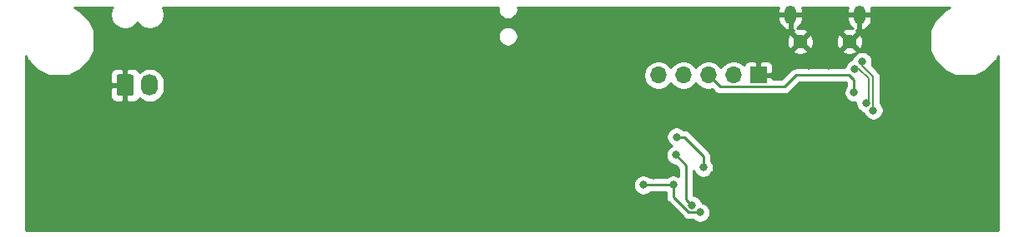
<source format=gbr>
G04 #@! TF.GenerationSoftware,KiCad,Pcbnew,(5.1.5)-3*
G04 #@! TF.CreationDate,2021-06-03T09:39:37-05:00*
G04 #@! TF.ProjectId,NevermoreController,4e657665-726d-46f7-9265-436f6e74726f,rev?*
G04 #@! TF.SameCoordinates,Original*
G04 #@! TF.FileFunction,Copper,L2,Bot*
G04 #@! TF.FilePolarity,Positive*
%FSLAX46Y46*%
G04 Gerber Fmt 4.6, Leading zero omitted, Abs format (unit mm)*
G04 Created by KiCad (PCBNEW (5.1.5)-3) date 2021-06-03 09:39:37*
%MOMM*%
%LPD*%
G04 APERTURE LIST*
%ADD10O,1.700000X1.700000*%
%ADD11R,1.700000X1.700000*%
%ADD12O,1.200000X1.900000*%
%ADD13C,1.450000*%
%ADD14O,1.700000X2.200000*%
%ADD15C,0.100000*%
%ADD16C,0.800000*%
%ADD17C,0.200000*%
%ADD18C,0.250000*%
%ADD19C,0.254000*%
G04 APERTURE END LIST*
D10*
X164846000Y-83566000D03*
X167386000Y-83566000D03*
X169926000Y-83566000D03*
X172466000Y-83566000D03*
D11*
X175006000Y-83566000D03*
D12*
X178242000Y-77421500D03*
X185242000Y-77421500D03*
D13*
X179242000Y-80121500D03*
X184242000Y-80121500D03*
D14*
X113244000Y-84580000D03*
G04 #@! TA.AperFunction,ComponentPad*
D15*
G36*
X111368504Y-83481204D02*
G01*
X111392773Y-83484804D01*
X111416571Y-83490765D01*
X111439671Y-83499030D01*
X111461849Y-83509520D01*
X111482893Y-83522133D01*
X111502598Y-83536747D01*
X111520777Y-83553223D01*
X111537253Y-83571402D01*
X111551867Y-83591107D01*
X111564480Y-83612151D01*
X111574970Y-83634329D01*
X111583235Y-83657429D01*
X111589196Y-83681227D01*
X111592796Y-83705496D01*
X111594000Y-83730000D01*
X111594000Y-85430000D01*
X111592796Y-85454504D01*
X111589196Y-85478773D01*
X111583235Y-85502571D01*
X111574970Y-85525671D01*
X111564480Y-85547849D01*
X111551867Y-85568893D01*
X111537253Y-85588598D01*
X111520777Y-85606777D01*
X111502598Y-85623253D01*
X111482893Y-85637867D01*
X111461849Y-85650480D01*
X111439671Y-85660970D01*
X111416571Y-85669235D01*
X111392773Y-85675196D01*
X111368504Y-85678796D01*
X111344000Y-85680000D01*
X110144000Y-85680000D01*
X110119496Y-85678796D01*
X110095227Y-85675196D01*
X110071429Y-85669235D01*
X110048329Y-85660970D01*
X110026151Y-85650480D01*
X110005107Y-85637867D01*
X109985402Y-85623253D01*
X109967223Y-85606777D01*
X109950747Y-85588598D01*
X109936133Y-85568893D01*
X109923520Y-85547849D01*
X109913030Y-85525671D01*
X109904765Y-85502571D01*
X109898804Y-85478773D01*
X109895204Y-85454504D01*
X109894000Y-85430000D01*
X109894000Y-83730000D01*
X109895204Y-83705496D01*
X109898804Y-83681227D01*
X109904765Y-83657429D01*
X109913030Y-83634329D01*
X109923520Y-83612151D01*
X109936133Y-83591107D01*
X109950747Y-83571402D01*
X109967223Y-83553223D01*
X109985402Y-83536747D01*
X110005107Y-83522133D01*
X110026151Y-83509520D01*
X110048329Y-83499030D01*
X110071429Y-83490765D01*
X110095227Y-83484804D01*
X110119496Y-83481204D01*
X110144000Y-83480000D01*
X111344000Y-83480000D01*
X111368504Y-83481204D01*
G37*
G04 #@! TD.AperFunction*
D16*
X150724600Y-93218000D03*
X150724600Y-92075000D03*
X150724600Y-90932000D03*
X180594000Y-97536000D03*
X119888000Y-83820000D03*
X130048000Y-83820000D03*
X141986000Y-83820000D03*
X170434000Y-93726000D03*
X170434000Y-89916000D03*
X159766000Y-87884000D03*
X138938000Y-85598000D03*
X137414000Y-87630000D03*
X140462000Y-85598000D03*
X138938000Y-87630000D03*
X137414000Y-85598000D03*
X140462000Y-87630000D03*
X127000000Y-85598000D03*
X127000000Y-87630000D03*
X128524000Y-87630000D03*
X125476000Y-87630000D03*
X125476000Y-85598000D03*
X128524000Y-85598000D03*
X116840000Y-85598000D03*
X118364000Y-85598000D03*
X118364000Y-87630000D03*
X116840000Y-87630000D03*
X164354000Y-93792000D03*
X164354000Y-89982000D03*
X190437500Y-77500000D03*
X192222000Y-87678000D03*
X106347500Y-87376000D03*
X152061000Y-79082000D03*
X182372000Y-85598000D03*
X180086000Y-82628500D03*
X182118000Y-82628500D03*
X120144500Y-87627500D03*
X130280700Y-87627500D03*
X142335700Y-87617500D03*
X160600000Y-78400000D03*
X185905694Y-86401842D03*
X184794768Y-82921232D03*
X185537232Y-82178768D03*
X186648158Y-87144306D03*
X166624000Y-91694000D03*
X168275087Y-96811000D03*
X163322000Y-94742000D03*
X166354000Y-94742000D03*
X169078225Y-97536000D03*
X169418000Y-92964000D03*
X166698501Y-89841499D03*
X184713049Y-85320042D03*
X188722000Y-83058000D03*
X147000000Y-79100000D03*
D17*
X184794768Y-82921232D02*
X185219033Y-82921232D01*
X186198158Y-83900357D02*
X185219033Y-82921232D01*
X185905694Y-86401842D02*
X186198158Y-86109378D01*
X186198158Y-86109378D02*
X186198158Y-83900357D01*
X185537232Y-82603033D02*
X185537232Y-82178768D01*
X186648158Y-83713959D02*
X185537232Y-82603033D01*
X186648158Y-87144306D02*
X186648158Y-83713959D01*
D18*
X167676999Y-96212912D02*
X168275087Y-96811000D01*
X166624000Y-91694000D02*
X167676999Y-92746999D01*
X167676999Y-92746999D02*
X167676999Y-96212912D01*
X163322000Y-94742000D02*
X166354000Y-94742000D01*
X167927085Y-97536000D02*
X169078225Y-97536000D01*
X166354000Y-94742000D02*
X166354000Y-95962915D01*
X166354000Y-95962915D02*
X167927085Y-97536000D01*
X167447001Y-89841499D02*
X166698501Y-89841499D01*
X169418000Y-91812498D02*
X167447001Y-89841499D01*
X169418000Y-92964000D02*
X169418000Y-91812498D01*
X184713049Y-85320042D02*
X184713049Y-84072047D01*
X184713049Y-84072047D02*
X184207002Y-83566000D01*
X184207002Y-83566000D02*
X178816000Y-83566000D01*
X177640999Y-84741001D02*
X178816000Y-83566000D01*
X171101001Y-84741001D02*
X177640999Y-84741001D01*
X169926000Y-83566000D02*
X171101001Y-84741001D01*
D19*
G36*
X109428010Y-76696589D02*
G01*
X109316068Y-76966842D01*
X109259000Y-77253740D01*
X109259000Y-77546260D01*
X109316068Y-77833158D01*
X109428010Y-78103411D01*
X109590525Y-78346632D01*
X109797368Y-78553475D01*
X110040589Y-78715990D01*
X110310842Y-78827932D01*
X110597740Y-78885000D01*
X110890260Y-78885000D01*
X111177158Y-78827932D01*
X111447411Y-78715990D01*
X111690632Y-78553475D01*
X111897475Y-78346632D01*
X111994000Y-78202172D01*
X112090525Y-78346632D01*
X112297368Y-78553475D01*
X112540589Y-78715990D01*
X112810842Y-78827932D01*
X113097740Y-78885000D01*
X113390260Y-78885000D01*
X113677158Y-78827932D01*
X113947411Y-78715990D01*
X114190632Y-78553475D01*
X114397475Y-78346632D01*
X114559990Y-78103411D01*
X114671932Y-77833158D01*
X114729000Y-77546260D01*
X114729000Y-77253740D01*
X114671932Y-76966842D01*
X114559990Y-76696589D01*
X114535542Y-76660000D01*
X148609399Y-76660000D01*
X148590000Y-76757524D01*
X148590000Y-76956476D01*
X148628814Y-77151606D01*
X148704950Y-77335414D01*
X148815482Y-77500837D01*
X148956163Y-77641518D01*
X149121586Y-77752050D01*
X149305394Y-77828186D01*
X149500524Y-77867000D01*
X149699476Y-77867000D01*
X149894606Y-77828186D01*
X150078414Y-77752050D01*
X150243837Y-77641518D01*
X150336855Y-77548500D01*
X177007000Y-77548500D01*
X177007000Y-77898500D01*
X177055507Y-78136996D01*
X177149610Y-78361446D01*
X177285693Y-78563225D01*
X177458526Y-78734578D01*
X177661467Y-78868921D01*
X177886718Y-78961091D01*
X177924391Y-78964962D01*
X178115000Y-78840231D01*
X178115000Y-77548500D01*
X178369000Y-77548500D01*
X178369000Y-78840231D01*
X178542862Y-78954003D01*
X178482472Y-79182367D01*
X179242000Y-79941895D01*
X180001528Y-79182367D01*
X183482472Y-79182367D01*
X184242000Y-79941895D01*
X185001528Y-79182367D01*
X184941138Y-78954003D01*
X185115000Y-78840231D01*
X185115000Y-77548500D01*
X185369000Y-77548500D01*
X185369000Y-78840231D01*
X185559609Y-78964962D01*
X185597282Y-78961091D01*
X185822533Y-78868921D01*
X186025474Y-78734578D01*
X186198307Y-78563225D01*
X186334390Y-78361446D01*
X186428493Y-78136996D01*
X186477000Y-77898500D01*
X186477000Y-77548500D01*
X185369000Y-77548500D01*
X185115000Y-77548500D01*
X184007000Y-77548500D01*
X184007000Y-77898500D01*
X184055507Y-78136996D01*
X184149610Y-78361446D01*
X184285693Y-78563225D01*
X184458526Y-78734578D01*
X184553836Y-78797671D01*
X184436151Y-78768781D01*
X184168518Y-78756896D01*
X183903709Y-78797452D01*
X183651900Y-78888891D01*
X183544965Y-78946050D01*
X183482472Y-79182367D01*
X180001528Y-79182367D01*
X179939035Y-78946050D01*
X179696322Y-78832650D01*
X179436151Y-78768781D01*
X179168518Y-78756896D01*
X178938558Y-78792115D01*
X179025474Y-78734578D01*
X179198307Y-78563225D01*
X179334390Y-78361446D01*
X179428493Y-78136996D01*
X179477000Y-77898500D01*
X179477000Y-77548500D01*
X178369000Y-77548500D01*
X178115000Y-77548500D01*
X177007000Y-77548500D01*
X150336855Y-77548500D01*
X150384518Y-77500837D01*
X150495050Y-77335414D01*
X150571186Y-77151606D01*
X150610000Y-76956476D01*
X150610000Y-76757524D01*
X150590601Y-76660000D01*
X177074795Y-76660000D01*
X177055507Y-76706004D01*
X177007000Y-76944500D01*
X177007000Y-77294500D01*
X178115000Y-77294500D01*
X178115000Y-77274500D01*
X178369000Y-77274500D01*
X178369000Y-77294500D01*
X179477000Y-77294500D01*
X179477000Y-76944500D01*
X179428493Y-76706004D01*
X179409205Y-76660000D01*
X184074795Y-76660000D01*
X184055507Y-76706004D01*
X184007000Y-76944500D01*
X184007000Y-77294500D01*
X185115000Y-77294500D01*
X185115000Y-77274500D01*
X185369000Y-77274500D01*
X185369000Y-77294500D01*
X186477000Y-77294500D01*
X186477000Y-76944500D01*
X186428493Y-76706004D01*
X186409205Y-76660000D01*
X194396020Y-76660000D01*
X193943204Y-76886408D01*
X193929443Y-76894403D01*
X193910197Y-76910197D01*
X192910197Y-77910197D01*
X192899671Y-77922134D01*
X192886408Y-77943204D01*
X192386408Y-78943204D01*
X192375440Y-78975224D01*
X192373000Y-79000000D01*
X192373000Y-81000000D01*
X192377510Y-81033544D01*
X192386408Y-81056796D01*
X192886408Y-82056796D01*
X192894403Y-82070557D01*
X192910197Y-82089803D01*
X193910197Y-83089803D01*
X193922134Y-83100329D01*
X193943204Y-83113592D01*
X194943204Y-83613592D01*
X194975224Y-83624560D01*
X195000000Y-83627000D01*
X197000000Y-83627000D01*
X197033544Y-83622490D01*
X197056796Y-83613592D01*
X198056796Y-83113592D01*
X198070557Y-83105597D01*
X198089803Y-83089803D01*
X199089803Y-82089803D01*
X199100329Y-82077866D01*
X199113592Y-82056796D01*
X199340001Y-81603978D01*
X199340000Y-99340000D01*
X100660000Y-99340000D01*
X100660000Y-94640061D01*
X162287000Y-94640061D01*
X162287000Y-94843939D01*
X162326774Y-95043898D01*
X162404795Y-95232256D01*
X162518063Y-95401774D01*
X162662226Y-95545937D01*
X162831744Y-95659205D01*
X163020102Y-95737226D01*
X163220061Y-95777000D01*
X163423939Y-95777000D01*
X163623898Y-95737226D01*
X163812256Y-95659205D01*
X163981774Y-95545937D01*
X164025711Y-95502000D01*
X165594001Y-95502000D01*
X165594001Y-95925583D01*
X165590324Y-95962915D01*
X165604998Y-96111900D01*
X165648454Y-96255161D01*
X165719026Y-96387191D01*
X165790201Y-96473917D01*
X165814000Y-96502916D01*
X165842998Y-96526714D01*
X167363286Y-98047003D01*
X167387084Y-98076001D01*
X167416082Y-98099799D01*
X167502808Y-98170974D01*
X167634838Y-98241546D01*
X167778099Y-98285003D01*
X167889752Y-98296000D01*
X167889761Y-98296000D01*
X167927084Y-98299676D01*
X167964407Y-98296000D01*
X168374514Y-98296000D01*
X168418451Y-98339937D01*
X168587969Y-98453205D01*
X168776327Y-98531226D01*
X168976286Y-98571000D01*
X169180164Y-98571000D01*
X169380123Y-98531226D01*
X169568481Y-98453205D01*
X169737999Y-98339937D01*
X169882162Y-98195774D01*
X169995430Y-98026256D01*
X170073451Y-97837898D01*
X170113225Y-97637939D01*
X170113225Y-97434061D01*
X170073451Y-97234102D01*
X169995430Y-97045744D01*
X169882162Y-96876226D01*
X169737999Y-96732063D01*
X169568481Y-96618795D01*
X169380123Y-96540774D01*
X169272349Y-96519337D01*
X169270313Y-96509102D01*
X169192292Y-96320744D01*
X169079024Y-96151226D01*
X168934861Y-96007063D01*
X168765343Y-95893795D01*
X168576985Y-95815774D01*
X168436999Y-95787929D01*
X168436999Y-93300240D01*
X168500795Y-93454256D01*
X168614063Y-93623774D01*
X168758226Y-93767937D01*
X168927744Y-93881205D01*
X169116102Y-93959226D01*
X169316061Y-93999000D01*
X169519939Y-93999000D01*
X169719898Y-93959226D01*
X169908256Y-93881205D01*
X170077774Y-93767937D01*
X170221937Y-93623774D01*
X170335205Y-93454256D01*
X170413226Y-93265898D01*
X170453000Y-93065939D01*
X170453000Y-92862061D01*
X170413226Y-92662102D01*
X170335205Y-92473744D01*
X170221937Y-92304226D01*
X170178000Y-92260289D01*
X170178000Y-91849831D01*
X170181677Y-91812498D01*
X170167003Y-91663512D01*
X170123546Y-91520251D01*
X170052974Y-91388222D01*
X169981799Y-91301495D01*
X169958001Y-91272497D01*
X169929003Y-91248699D01*
X168010805Y-89330502D01*
X167987002Y-89301498D01*
X167871277Y-89206525D01*
X167739248Y-89135953D01*
X167595987Y-89092496D01*
X167484334Y-89081499D01*
X167484323Y-89081499D01*
X167447001Y-89077823D01*
X167409679Y-89081499D01*
X167402212Y-89081499D01*
X167358275Y-89037562D01*
X167188757Y-88924294D01*
X167000399Y-88846273D01*
X166800440Y-88806499D01*
X166596562Y-88806499D01*
X166396603Y-88846273D01*
X166208245Y-88924294D01*
X166038727Y-89037562D01*
X165894564Y-89181725D01*
X165781296Y-89351243D01*
X165703275Y-89539601D01*
X165663501Y-89739560D01*
X165663501Y-89943438D01*
X165703275Y-90143397D01*
X165781296Y-90331755D01*
X165894564Y-90501273D01*
X166038727Y-90645436D01*
X166196448Y-90750822D01*
X166133744Y-90776795D01*
X165964226Y-90890063D01*
X165820063Y-91034226D01*
X165706795Y-91203744D01*
X165628774Y-91392102D01*
X165589000Y-91592061D01*
X165589000Y-91795939D01*
X165628774Y-91995898D01*
X165706795Y-92184256D01*
X165820063Y-92353774D01*
X165964226Y-92497937D01*
X166133744Y-92611205D01*
X166322102Y-92689226D01*
X166522061Y-92729000D01*
X166584198Y-92729000D01*
X166916999Y-93061802D01*
X166916999Y-93873400D01*
X166844256Y-93824795D01*
X166655898Y-93746774D01*
X166455939Y-93707000D01*
X166252061Y-93707000D01*
X166052102Y-93746774D01*
X165863744Y-93824795D01*
X165694226Y-93938063D01*
X165650289Y-93982000D01*
X164025711Y-93982000D01*
X163981774Y-93938063D01*
X163812256Y-93824795D01*
X163623898Y-93746774D01*
X163423939Y-93707000D01*
X163220061Y-93707000D01*
X163020102Y-93746774D01*
X162831744Y-93824795D01*
X162662226Y-93938063D01*
X162518063Y-94082226D01*
X162404795Y-94251744D01*
X162326774Y-94440102D01*
X162287000Y-94640061D01*
X100660000Y-94640061D01*
X100660000Y-85680000D01*
X109255928Y-85680000D01*
X109268188Y-85804482D01*
X109304498Y-85924180D01*
X109363463Y-86034494D01*
X109442815Y-86131185D01*
X109539506Y-86210537D01*
X109649820Y-86269502D01*
X109769518Y-86305812D01*
X109894000Y-86318072D01*
X110458250Y-86315000D01*
X110617000Y-86156250D01*
X110617000Y-84707000D01*
X109417750Y-84707000D01*
X109259000Y-84865750D01*
X109255928Y-85680000D01*
X100660000Y-85680000D01*
X100660000Y-81603980D01*
X100886408Y-82056796D01*
X100894403Y-82070557D01*
X100910197Y-82089803D01*
X101910197Y-83089803D01*
X101922134Y-83100329D01*
X101943204Y-83113592D01*
X102943204Y-83613592D01*
X102975224Y-83624560D01*
X103000000Y-83627000D01*
X105000000Y-83627000D01*
X105033544Y-83622490D01*
X105056796Y-83613592D01*
X105323980Y-83480000D01*
X109255928Y-83480000D01*
X109259000Y-84294250D01*
X109417750Y-84453000D01*
X110617000Y-84453000D01*
X110617000Y-83003750D01*
X110871000Y-83003750D01*
X110871000Y-84453000D01*
X110891000Y-84453000D01*
X110891000Y-84707000D01*
X110871000Y-84707000D01*
X110871000Y-86156250D01*
X111029750Y-86315000D01*
X111594000Y-86318072D01*
X111718482Y-86305812D01*
X111838180Y-86269502D01*
X111948494Y-86210537D01*
X112045185Y-86131185D01*
X112124537Y-86034494D01*
X112183502Y-85924180D01*
X112194055Y-85889392D01*
X112414987Y-86070706D01*
X112672967Y-86208599D01*
X112952890Y-86293513D01*
X113244000Y-86322185D01*
X113535111Y-86293513D01*
X113815034Y-86208599D01*
X114073014Y-86070706D01*
X114299134Y-85885134D01*
X114484706Y-85659014D01*
X114622599Y-85401034D01*
X114707513Y-85121110D01*
X114729000Y-84902949D01*
X114729000Y-84257050D01*
X114707513Y-84038889D01*
X114622599Y-83758966D01*
X114484706Y-83500986D01*
X114418030Y-83419740D01*
X163361000Y-83419740D01*
X163361000Y-83712260D01*
X163418068Y-83999158D01*
X163530010Y-84269411D01*
X163692525Y-84512632D01*
X163899368Y-84719475D01*
X164142589Y-84881990D01*
X164412842Y-84993932D01*
X164699740Y-85051000D01*
X164992260Y-85051000D01*
X165279158Y-84993932D01*
X165549411Y-84881990D01*
X165792632Y-84719475D01*
X165999475Y-84512632D01*
X166116000Y-84338240D01*
X166232525Y-84512632D01*
X166439368Y-84719475D01*
X166682589Y-84881990D01*
X166952842Y-84993932D01*
X167239740Y-85051000D01*
X167532260Y-85051000D01*
X167819158Y-84993932D01*
X168089411Y-84881990D01*
X168332632Y-84719475D01*
X168539475Y-84512632D01*
X168656000Y-84338240D01*
X168772525Y-84512632D01*
X168979368Y-84719475D01*
X169222589Y-84881990D01*
X169492842Y-84993932D01*
X169779740Y-85051000D01*
X170072260Y-85051000D01*
X170292408Y-85007210D01*
X170537202Y-85252004D01*
X170561000Y-85281002D01*
X170676725Y-85375975D01*
X170808754Y-85446547D01*
X170952015Y-85490004D01*
X171063668Y-85501001D01*
X171063677Y-85501001D01*
X171101000Y-85504677D01*
X171138323Y-85501001D01*
X177603677Y-85501001D01*
X177640999Y-85504677D01*
X177678321Y-85501001D01*
X177678332Y-85501001D01*
X177789985Y-85490004D01*
X177933246Y-85446547D01*
X178065275Y-85375975D01*
X178181000Y-85281002D01*
X178204803Y-85251998D01*
X179130802Y-84326000D01*
X183892201Y-84326000D01*
X183953050Y-84386849D01*
X183953050Y-84616330D01*
X183909112Y-84660268D01*
X183795844Y-84829786D01*
X183717823Y-85018144D01*
X183678049Y-85218103D01*
X183678049Y-85421981D01*
X183717823Y-85621940D01*
X183795844Y-85810298D01*
X183909112Y-85979816D01*
X184053275Y-86123979D01*
X184222793Y-86237247D01*
X184411151Y-86315268D01*
X184611110Y-86355042D01*
X184814988Y-86355042D01*
X184870694Y-86343961D01*
X184870694Y-86503781D01*
X184910468Y-86703740D01*
X184988489Y-86892098D01*
X185101757Y-87061616D01*
X185245920Y-87205779D01*
X185415438Y-87319047D01*
X185603796Y-87397068D01*
X185644780Y-87405220D01*
X185652932Y-87446204D01*
X185730953Y-87634562D01*
X185844221Y-87804080D01*
X185988384Y-87948243D01*
X186157902Y-88061511D01*
X186346260Y-88139532D01*
X186546219Y-88179306D01*
X186750097Y-88179306D01*
X186950056Y-88139532D01*
X187138414Y-88061511D01*
X187307932Y-87948243D01*
X187452095Y-87804080D01*
X187565363Y-87634562D01*
X187643384Y-87446204D01*
X187683158Y-87246245D01*
X187683158Y-87042367D01*
X187643384Y-86842408D01*
X187565363Y-86654050D01*
X187452095Y-86484532D01*
X187383158Y-86415595D01*
X187383158Y-83750064D01*
X187386714Y-83713959D01*
X187372523Y-83569874D01*
X187330495Y-83431325D01*
X187262245Y-83303639D01*
X187243050Y-83280250D01*
X187170396Y-83191721D01*
X187142351Y-83168705D01*
X186509569Y-82535924D01*
X186532458Y-82480666D01*
X186572232Y-82280707D01*
X186572232Y-82076829D01*
X186532458Y-81876870D01*
X186454437Y-81688512D01*
X186341169Y-81518994D01*
X186197006Y-81374831D01*
X186027488Y-81261563D01*
X185839130Y-81183542D01*
X185639171Y-81143768D01*
X185435293Y-81143768D01*
X185235334Y-81183542D01*
X185046976Y-81261563D01*
X184877458Y-81374831D01*
X184733295Y-81518994D01*
X184620027Y-81688512D01*
X184542006Y-81876870D01*
X184533854Y-81917854D01*
X184492870Y-81926006D01*
X184304512Y-82004027D01*
X184134994Y-82117295D01*
X183990831Y-82261458D01*
X183877563Y-82430976D01*
X183799542Y-82619334D01*
X183762412Y-82806000D01*
X178853322Y-82806000D01*
X178815999Y-82802324D01*
X178778676Y-82806000D01*
X178778667Y-82806000D01*
X178667014Y-82816997D01*
X178523753Y-82860454D01*
X178391724Y-82931026D01*
X178275999Y-83025999D01*
X178252201Y-83054997D01*
X177326198Y-83981001D01*
X176491704Y-83981001D01*
X176491000Y-83851750D01*
X176332250Y-83693000D01*
X175133000Y-83693000D01*
X175133000Y-83713000D01*
X174879000Y-83713000D01*
X174879000Y-83693000D01*
X174859000Y-83693000D01*
X174859000Y-83439000D01*
X174879000Y-83439000D01*
X174879000Y-82239750D01*
X175133000Y-82239750D01*
X175133000Y-83439000D01*
X176332250Y-83439000D01*
X176491000Y-83280250D01*
X176494072Y-82716000D01*
X176481812Y-82591518D01*
X176445502Y-82471820D01*
X176386537Y-82361506D01*
X176307185Y-82264815D01*
X176210494Y-82185463D01*
X176100180Y-82126498D01*
X175980482Y-82090188D01*
X175856000Y-82077928D01*
X175291750Y-82081000D01*
X175133000Y-82239750D01*
X174879000Y-82239750D01*
X174720250Y-82081000D01*
X174156000Y-82077928D01*
X174031518Y-82090188D01*
X173911820Y-82126498D01*
X173801506Y-82185463D01*
X173704815Y-82264815D01*
X173625463Y-82361506D01*
X173566498Y-82471820D01*
X173544487Y-82544380D01*
X173412632Y-82412525D01*
X173169411Y-82250010D01*
X172899158Y-82138068D01*
X172612260Y-82081000D01*
X172319740Y-82081000D01*
X172032842Y-82138068D01*
X171762589Y-82250010D01*
X171519368Y-82412525D01*
X171312525Y-82619368D01*
X171196000Y-82793760D01*
X171079475Y-82619368D01*
X170872632Y-82412525D01*
X170629411Y-82250010D01*
X170359158Y-82138068D01*
X170072260Y-82081000D01*
X169779740Y-82081000D01*
X169492842Y-82138068D01*
X169222589Y-82250010D01*
X168979368Y-82412525D01*
X168772525Y-82619368D01*
X168656000Y-82793760D01*
X168539475Y-82619368D01*
X168332632Y-82412525D01*
X168089411Y-82250010D01*
X167819158Y-82138068D01*
X167532260Y-82081000D01*
X167239740Y-82081000D01*
X166952842Y-82138068D01*
X166682589Y-82250010D01*
X166439368Y-82412525D01*
X166232525Y-82619368D01*
X166116000Y-82793760D01*
X165999475Y-82619368D01*
X165792632Y-82412525D01*
X165549411Y-82250010D01*
X165279158Y-82138068D01*
X164992260Y-82081000D01*
X164699740Y-82081000D01*
X164412842Y-82138068D01*
X164142589Y-82250010D01*
X163899368Y-82412525D01*
X163692525Y-82619368D01*
X163530010Y-82862589D01*
X163418068Y-83132842D01*
X163361000Y-83419740D01*
X114418030Y-83419740D01*
X114299134Y-83274866D01*
X114073013Y-83089294D01*
X113815033Y-82951401D01*
X113535110Y-82866487D01*
X113244000Y-82837815D01*
X112952889Y-82866487D01*
X112672966Y-82951401D01*
X112414986Y-83089294D01*
X112194055Y-83270608D01*
X112183502Y-83235820D01*
X112124537Y-83125506D01*
X112045185Y-83028815D01*
X111948494Y-82949463D01*
X111838180Y-82890498D01*
X111718482Y-82854188D01*
X111594000Y-82841928D01*
X111029750Y-82845000D01*
X110871000Y-83003750D01*
X110617000Y-83003750D01*
X110458250Y-82845000D01*
X109894000Y-82841928D01*
X109769518Y-82854188D01*
X109649820Y-82890498D01*
X109539506Y-82949463D01*
X109442815Y-83028815D01*
X109363463Y-83125506D01*
X109304498Y-83235820D01*
X109268188Y-83355518D01*
X109255928Y-83480000D01*
X105323980Y-83480000D01*
X106056796Y-83113592D01*
X106070557Y-83105597D01*
X106089803Y-83089803D01*
X107089803Y-82089803D01*
X107100329Y-82077866D01*
X107113592Y-82056796D01*
X107611673Y-81060633D01*
X178482472Y-81060633D01*
X178544965Y-81296950D01*
X178787678Y-81410350D01*
X179047849Y-81474219D01*
X179315482Y-81486104D01*
X179580291Y-81445548D01*
X179832100Y-81354109D01*
X179939035Y-81296950D01*
X180001528Y-81060633D01*
X183482472Y-81060633D01*
X183544965Y-81296950D01*
X183787678Y-81410350D01*
X184047849Y-81474219D01*
X184315482Y-81486104D01*
X184580291Y-81445548D01*
X184832100Y-81354109D01*
X184939035Y-81296950D01*
X185001528Y-81060633D01*
X184242000Y-80301105D01*
X183482472Y-81060633D01*
X180001528Y-81060633D01*
X179242000Y-80301105D01*
X178482472Y-81060633D01*
X107611673Y-81060633D01*
X107613592Y-81056796D01*
X107624560Y-81024776D01*
X107627000Y-81000000D01*
X107627000Y-79507524D01*
X148590000Y-79507524D01*
X148590000Y-79706476D01*
X148628814Y-79901606D01*
X148704950Y-80085414D01*
X148815482Y-80250837D01*
X148956163Y-80391518D01*
X149121586Y-80502050D01*
X149305394Y-80578186D01*
X149500524Y-80617000D01*
X149699476Y-80617000D01*
X149894606Y-80578186D01*
X150078414Y-80502050D01*
X150243837Y-80391518D01*
X150384518Y-80250837D01*
X150421839Y-80194982D01*
X177877396Y-80194982D01*
X177917952Y-80459791D01*
X178009391Y-80711600D01*
X178066550Y-80818535D01*
X178302867Y-80881028D01*
X179062395Y-80121500D01*
X179421605Y-80121500D01*
X180181133Y-80881028D01*
X180417450Y-80818535D01*
X180530850Y-80575822D01*
X180594719Y-80315651D01*
X180600077Y-80194982D01*
X182877396Y-80194982D01*
X182917952Y-80459791D01*
X183009391Y-80711600D01*
X183066550Y-80818535D01*
X183302867Y-80881028D01*
X184062395Y-80121500D01*
X184421605Y-80121500D01*
X185181133Y-80881028D01*
X185417450Y-80818535D01*
X185530850Y-80575822D01*
X185594719Y-80315651D01*
X185606604Y-80048018D01*
X185566048Y-79783209D01*
X185474609Y-79531400D01*
X185417450Y-79424465D01*
X185181133Y-79361972D01*
X184421605Y-80121500D01*
X184062395Y-80121500D01*
X183302867Y-79361972D01*
X183066550Y-79424465D01*
X182953150Y-79667178D01*
X182889281Y-79927349D01*
X182877396Y-80194982D01*
X180600077Y-80194982D01*
X180606604Y-80048018D01*
X180566048Y-79783209D01*
X180474609Y-79531400D01*
X180417450Y-79424465D01*
X180181133Y-79361972D01*
X179421605Y-80121500D01*
X179062395Y-80121500D01*
X178302867Y-79361972D01*
X178066550Y-79424465D01*
X177953150Y-79667178D01*
X177889281Y-79927349D01*
X177877396Y-80194982D01*
X150421839Y-80194982D01*
X150495050Y-80085414D01*
X150571186Y-79901606D01*
X150610000Y-79706476D01*
X150610000Y-79507524D01*
X150571186Y-79312394D01*
X150495050Y-79128586D01*
X150384518Y-78963163D01*
X150243837Y-78822482D01*
X150078414Y-78711950D01*
X149894606Y-78635814D01*
X149699476Y-78597000D01*
X149500524Y-78597000D01*
X149305394Y-78635814D01*
X149121586Y-78711950D01*
X148956163Y-78822482D01*
X148815482Y-78963163D01*
X148704950Y-79128586D01*
X148628814Y-79312394D01*
X148590000Y-79507524D01*
X107627000Y-79507524D01*
X107627000Y-79000000D01*
X107622490Y-78966456D01*
X107613592Y-78943204D01*
X107113592Y-77943204D01*
X107105597Y-77929443D01*
X107089803Y-77910197D01*
X106089803Y-76910197D01*
X106077866Y-76899671D01*
X106056796Y-76886408D01*
X105603980Y-76660000D01*
X109452458Y-76660000D01*
X109428010Y-76696589D01*
G37*
X109428010Y-76696589D02*
X109316068Y-76966842D01*
X109259000Y-77253740D01*
X109259000Y-77546260D01*
X109316068Y-77833158D01*
X109428010Y-78103411D01*
X109590525Y-78346632D01*
X109797368Y-78553475D01*
X110040589Y-78715990D01*
X110310842Y-78827932D01*
X110597740Y-78885000D01*
X110890260Y-78885000D01*
X111177158Y-78827932D01*
X111447411Y-78715990D01*
X111690632Y-78553475D01*
X111897475Y-78346632D01*
X111994000Y-78202172D01*
X112090525Y-78346632D01*
X112297368Y-78553475D01*
X112540589Y-78715990D01*
X112810842Y-78827932D01*
X113097740Y-78885000D01*
X113390260Y-78885000D01*
X113677158Y-78827932D01*
X113947411Y-78715990D01*
X114190632Y-78553475D01*
X114397475Y-78346632D01*
X114559990Y-78103411D01*
X114671932Y-77833158D01*
X114729000Y-77546260D01*
X114729000Y-77253740D01*
X114671932Y-76966842D01*
X114559990Y-76696589D01*
X114535542Y-76660000D01*
X148609399Y-76660000D01*
X148590000Y-76757524D01*
X148590000Y-76956476D01*
X148628814Y-77151606D01*
X148704950Y-77335414D01*
X148815482Y-77500837D01*
X148956163Y-77641518D01*
X149121586Y-77752050D01*
X149305394Y-77828186D01*
X149500524Y-77867000D01*
X149699476Y-77867000D01*
X149894606Y-77828186D01*
X150078414Y-77752050D01*
X150243837Y-77641518D01*
X150336855Y-77548500D01*
X177007000Y-77548500D01*
X177007000Y-77898500D01*
X177055507Y-78136996D01*
X177149610Y-78361446D01*
X177285693Y-78563225D01*
X177458526Y-78734578D01*
X177661467Y-78868921D01*
X177886718Y-78961091D01*
X177924391Y-78964962D01*
X178115000Y-78840231D01*
X178115000Y-77548500D01*
X178369000Y-77548500D01*
X178369000Y-78840231D01*
X178542862Y-78954003D01*
X178482472Y-79182367D01*
X179242000Y-79941895D01*
X180001528Y-79182367D01*
X183482472Y-79182367D01*
X184242000Y-79941895D01*
X185001528Y-79182367D01*
X184941138Y-78954003D01*
X185115000Y-78840231D01*
X185115000Y-77548500D01*
X185369000Y-77548500D01*
X185369000Y-78840231D01*
X185559609Y-78964962D01*
X185597282Y-78961091D01*
X185822533Y-78868921D01*
X186025474Y-78734578D01*
X186198307Y-78563225D01*
X186334390Y-78361446D01*
X186428493Y-78136996D01*
X186477000Y-77898500D01*
X186477000Y-77548500D01*
X185369000Y-77548500D01*
X185115000Y-77548500D01*
X184007000Y-77548500D01*
X184007000Y-77898500D01*
X184055507Y-78136996D01*
X184149610Y-78361446D01*
X184285693Y-78563225D01*
X184458526Y-78734578D01*
X184553836Y-78797671D01*
X184436151Y-78768781D01*
X184168518Y-78756896D01*
X183903709Y-78797452D01*
X183651900Y-78888891D01*
X183544965Y-78946050D01*
X183482472Y-79182367D01*
X180001528Y-79182367D01*
X179939035Y-78946050D01*
X179696322Y-78832650D01*
X179436151Y-78768781D01*
X179168518Y-78756896D01*
X178938558Y-78792115D01*
X179025474Y-78734578D01*
X179198307Y-78563225D01*
X179334390Y-78361446D01*
X179428493Y-78136996D01*
X179477000Y-77898500D01*
X179477000Y-77548500D01*
X178369000Y-77548500D01*
X178115000Y-77548500D01*
X177007000Y-77548500D01*
X150336855Y-77548500D01*
X150384518Y-77500837D01*
X150495050Y-77335414D01*
X150571186Y-77151606D01*
X150610000Y-76956476D01*
X150610000Y-76757524D01*
X150590601Y-76660000D01*
X177074795Y-76660000D01*
X177055507Y-76706004D01*
X177007000Y-76944500D01*
X177007000Y-77294500D01*
X178115000Y-77294500D01*
X178115000Y-77274500D01*
X178369000Y-77274500D01*
X178369000Y-77294500D01*
X179477000Y-77294500D01*
X179477000Y-76944500D01*
X179428493Y-76706004D01*
X179409205Y-76660000D01*
X184074795Y-76660000D01*
X184055507Y-76706004D01*
X184007000Y-76944500D01*
X184007000Y-77294500D01*
X185115000Y-77294500D01*
X185115000Y-77274500D01*
X185369000Y-77274500D01*
X185369000Y-77294500D01*
X186477000Y-77294500D01*
X186477000Y-76944500D01*
X186428493Y-76706004D01*
X186409205Y-76660000D01*
X194396020Y-76660000D01*
X193943204Y-76886408D01*
X193929443Y-76894403D01*
X193910197Y-76910197D01*
X192910197Y-77910197D01*
X192899671Y-77922134D01*
X192886408Y-77943204D01*
X192386408Y-78943204D01*
X192375440Y-78975224D01*
X192373000Y-79000000D01*
X192373000Y-81000000D01*
X192377510Y-81033544D01*
X192386408Y-81056796D01*
X192886408Y-82056796D01*
X192894403Y-82070557D01*
X192910197Y-82089803D01*
X193910197Y-83089803D01*
X193922134Y-83100329D01*
X193943204Y-83113592D01*
X194943204Y-83613592D01*
X194975224Y-83624560D01*
X195000000Y-83627000D01*
X197000000Y-83627000D01*
X197033544Y-83622490D01*
X197056796Y-83613592D01*
X198056796Y-83113592D01*
X198070557Y-83105597D01*
X198089803Y-83089803D01*
X199089803Y-82089803D01*
X199100329Y-82077866D01*
X199113592Y-82056796D01*
X199340001Y-81603978D01*
X199340000Y-99340000D01*
X100660000Y-99340000D01*
X100660000Y-94640061D01*
X162287000Y-94640061D01*
X162287000Y-94843939D01*
X162326774Y-95043898D01*
X162404795Y-95232256D01*
X162518063Y-95401774D01*
X162662226Y-95545937D01*
X162831744Y-95659205D01*
X163020102Y-95737226D01*
X163220061Y-95777000D01*
X163423939Y-95777000D01*
X163623898Y-95737226D01*
X163812256Y-95659205D01*
X163981774Y-95545937D01*
X164025711Y-95502000D01*
X165594001Y-95502000D01*
X165594001Y-95925583D01*
X165590324Y-95962915D01*
X165604998Y-96111900D01*
X165648454Y-96255161D01*
X165719026Y-96387191D01*
X165790201Y-96473917D01*
X165814000Y-96502916D01*
X165842998Y-96526714D01*
X167363286Y-98047003D01*
X167387084Y-98076001D01*
X167416082Y-98099799D01*
X167502808Y-98170974D01*
X167634838Y-98241546D01*
X167778099Y-98285003D01*
X167889752Y-98296000D01*
X167889761Y-98296000D01*
X167927084Y-98299676D01*
X167964407Y-98296000D01*
X168374514Y-98296000D01*
X168418451Y-98339937D01*
X168587969Y-98453205D01*
X168776327Y-98531226D01*
X168976286Y-98571000D01*
X169180164Y-98571000D01*
X169380123Y-98531226D01*
X169568481Y-98453205D01*
X169737999Y-98339937D01*
X169882162Y-98195774D01*
X169995430Y-98026256D01*
X170073451Y-97837898D01*
X170113225Y-97637939D01*
X170113225Y-97434061D01*
X170073451Y-97234102D01*
X169995430Y-97045744D01*
X169882162Y-96876226D01*
X169737999Y-96732063D01*
X169568481Y-96618795D01*
X169380123Y-96540774D01*
X169272349Y-96519337D01*
X169270313Y-96509102D01*
X169192292Y-96320744D01*
X169079024Y-96151226D01*
X168934861Y-96007063D01*
X168765343Y-95893795D01*
X168576985Y-95815774D01*
X168436999Y-95787929D01*
X168436999Y-93300240D01*
X168500795Y-93454256D01*
X168614063Y-93623774D01*
X168758226Y-93767937D01*
X168927744Y-93881205D01*
X169116102Y-93959226D01*
X169316061Y-93999000D01*
X169519939Y-93999000D01*
X169719898Y-93959226D01*
X169908256Y-93881205D01*
X170077774Y-93767937D01*
X170221937Y-93623774D01*
X170335205Y-93454256D01*
X170413226Y-93265898D01*
X170453000Y-93065939D01*
X170453000Y-92862061D01*
X170413226Y-92662102D01*
X170335205Y-92473744D01*
X170221937Y-92304226D01*
X170178000Y-92260289D01*
X170178000Y-91849831D01*
X170181677Y-91812498D01*
X170167003Y-91663512D01*
X170123546Y-91520251D01*
X170052974Y-91388222D01*
X169981799Y-91301495D01*
X169958001Y-91272497D01*
X169929003Y-91248699D01*
X168010805Y-89330502D01*
X167987002Y-89301498D01*
X167871277Y-89206525D01*
X167739248Y-89135953D01*
X167595987Y-89092496D01*
X167484334Y-89081499D01*
X167484323Y-89081499D01*
X167447001Y-89077823D01*
X167409679Y-89081499D01*
X167402212Y-89081499D01*
X167358275Y-89037562D01*
X167188757Y-88924294D01*
X167000399Y-88846273D01*
X166800440Y-88806499D01*
X166596562Y-88806499D01*
X166396603Y-88846273D01*
X166208245Y-88924294D01*
X166038727Y-89037562D01*
X165894564Y-89181725D01*
X165781296Y-89351243D01*
X165703275Y-89539601D01*
X165663501Y-89739560D01*
X165663501Y-89943438D01*
X165703275Y-90143397D01*
X165781296Y-90331755D01*
X165894564Y-90501273D01*
X166038727Y-90645436D01*
X166196448Y-90750822D01*
X166133744Y-90776795D01*
X165964226Y-90890063D01*
X165820063Y-91034226D01*
X165706795Y-91203744D01*
X165628774Y-91392102D01*
X165589000Y-91592061D01*
X165589000Y-91795939D01*
X165628774Y-91995898D01*
X165706795Y-92184256D01*
X165820063Y-92353774D01*
X165964226Y-92497937D01*
X166133744Y-92611205D01*
X166322102Y-92689226D01*
X166522061Y-92729000D01*
X166584198Y-92729000D01*
X166916999Y-93061802D01*
X166916999Y-93873400D01*
X166844256Y-93824795D01*
X166655898Y-93746774D01*
X166455939Y-93707000D01*
X166252061Y-93707000D01*
X166052102Y-93746774D01*
X165863744Y-93824795D01*
X165694226Y-93938063D01*
X165650289Y-93982000D01*
X164025711Y-93982000D01*
X163981774Y-93938063D01*
X163812256Y-93824795D01*
X163623898Y-93746774D01*
X163423939Y-93707000D01*
X163220061Y-93707000D01*
X163020102Y-93746774D01*
X162831744Y-93824795D01*
X162662226Y-93938063D01*
X162518063Y-94082226D01*
X162404795Y-94251744D01*
X162326774Y-94440102D01*
X162287000Y-94640061D01*
X100660000Y-94640061D01*
X100660000Y-85680000D01*
X109255928Y-85680000D01*
X109268188Y-85804482D01*
X109304498Y-85924180D01*
X109363463Y-86034494D01*
X109442815Y-86131185D01*
X109539506Y-86210537D01*
X109649820Y-86269502D01*
X109769518Y-86305812D01*
X109894000Y-86318072D01*
X110458250Y-86315000D01*
X110617000Y-86156250D01*
X110617000Y-84707000D01*
X109417750Y-84707000D01*
X109259000Y-84865750D01*
X109255928Y-85680000D01*
X100660000Y-85680000D01*
X100660000Y-81603980D01*
X100886408Y-82056796D01*
X100894403Y-82070557D01*
X100910197Y-82089803D01*
X101910197Y-83089803D01*
X101922134Y-83100329D01*
X101943204Y-83113592D01*
X102943204Y-83613592D01*
X102975224Y-83624560D01*
X103000000Y-83627000D01*
X105000000Y-83627000D01*
X105033544Y-83622490D01*
X105056796Y-83613592D01*
X105323980Y-83480000D01*
X109255928Y-83480000D01*
X109259000Y-84294250D01*
X109417750Y-84453000D01*
X110617000Y-84453000D01*
X110617000Y-83003750D01*
X110871000Y-83003750D01*
X110871000Y-84453000D01*
X110891000Y-84453000D01*
X110891000Y-84707000D01*
X110871000Y-84707000D01*
X110871000Y-86156250D01*
X111029750Y-86315000D01*
X111594000Y-86318072D01*
X111718482Y-86305812D01*
X111838180Y-86269502D01*
X111948494Y-86210537D01*
X112045185Y-86131185D01*
X112124537Y-86034494D01*
X112183502Y-85924180D01*
X112194055Y-85889392D01*
X112414987Y-86070706D01*
X112672967Y-86208599D01*
X112952890Y-86293513D01*
X113244000Y-86322185D01*
X113535111Y-86293513D01*
X113815034Y-86208599D01*
X114073014Y-86070706D01*
X114299134Y-85885134D01*
X114484706Y-85659014D01*
X114622599Y-85401034D01*
X114707513Y-85121110D01*
X114729000Y-84902949D01*
X114729000Y-84257050D01*
X114707513Y-84038889D01*
X114622599Y-83758966D01*
X114484706Y-83500986D01*
X114418030Y-83419740D01*
X163361000Y-83419740D01*
X163361000Y-83712260D01*
X163418068Y-83999158D01*
X163530010Y-84269411D01*
X163692525Y-84512632D01*
X163899368Y-84719475D01*
X164142589Y-84881990D01*
X164412842Y-84993932D01*
X164699740Y-85051000D01*
X164992260Y-85051000D01*
X165279158Y-84993932D01*
X165549411Y-84881990D01*
X165792632Y-84719475D01*
X165999475Y-84512632D01*
X166116000Y-84338240D01*
X166232525Y-84512632D01*
X166439368Y-84719475D01*
X166682589Y-84881990D01*
X166952842Y-84993932D01*
X167239740Y-85051000D01*
X167532260Y-85051000D01*
X167819158Y-84993932D01*
X168089411Y-84881990D01*
X168332632Y-84719475D01*
X168539475Y-84512632D01*
X168656000Y-84338240D01*
X168772525Y-84512632D01*
X168979368Y-84719475D01*
X169222589Y-84881990D01*
X169492842Y-84993932D01*
X169779740Y-85051000D01*
X170072260Y-85051000D01*
X170292408Y-85007210D01*
X170537202Y-85252004D01*
X170561000Y-85281002D01*
X170676725Y-85375975D01*
X170808754Y-85446547D01*
X170952015Y-85490004D01*
X171063668Y-85501001D01*
X171063677Y-85501001D01*
X171101000Y-85504677D01*
X171138323Y-85501001D01*
X177603677Y-85501001D01*
X177640999Y-85504677D01*
X177678321Y-85501001D01*
X177678332Y-85501001D01*
X177789985Y-85490004D01*
X177933246Y-85446547D01*
X178065275Y-85375975D01*
X178181000Y-85281002D01*
X178204803Y-85251998D01*
X179130802Y-84326000D01*
X183892201Y-84326000D01*
X183953050Y-84386849D01*
X183953050Y-84616330D01*
X183909112Y-84660268D01*
X183795844Y-84829786D01*
X183717823Y-85018144D01*
X183678049Y-85218103D01*
X183678049Y-85421981D01*
X183717823Y-85621940D01*
X183795844Y-85810298D01*
X183909112Y-85979816D01*
X184053275Y-86123979D01*
X184222793Y-86237247D01*
X184411151Y-86315268D01*
X184611110Y-86355042D01*
X184814988Y-86355042D01*
X184870694Y-86343961D01*
X184870694Y-86503781D01*
X184910468Y-86703740D01*
X184988489Y-86892098D01*
X185101757Y-87061616D01*
X185245920Y-87205779D01*
X185415438Y-87319047D01*
X185603796Y-87397068D01*
X185644780Y-87405220D01*
X185652932Y-87446204D01*
X185730953Y-87634562D01*
X185844221Y-87804080D01*
X185988384Y-87948243D01*
X186157902Y-88061511D01*
X186346260Y-88139532D01*
X186546219Y-88179306D01*
X186750097Y-88179306D01*
X186950056Y-88139532D01*
X187138414Y-88061511D01*
X187307932Y-87948243D01*
X187452095Y-87804080D01*
X187565363Y-87634562D01*
X187643384Y-87446204D01*
X187683158Y-87246245D01*
X187683158Y-87042367D01*
X187643384Y-86842408D01*
X187565363Y-86654050D01*
X187452095Y-86484532D01*
X187383158Y-86415595D01*
X187383158Y-83750064D01*
X187386714Y-83713959D01*
X187372523Y-83569874D01*
X187330495Y-83431325D01*
X187262245Y-83303639D01*
X187243050Y-83280250D01*
X187170396Y-83191721D01*
X187142351Y-83168705D01*
X186509569Y-82535924D01*
X186532458Y-82480666D01*
X186572232Y-82280707D01*
X186572232Y-82076829D01*
X186532458Y-81876870D01*
X186454437Y-81688512D01*
X186341169Y-81518994D01*
X186197006Y-81374831D01*
X186027488Y-81261563D01*
X185839130Y-81183542D01*
X185639171Y-81143768D01*
X185435293Y-81143768D01*
X185235334Y-81183542D01*
X185046976Y-81261563D01*
X184877458Y-81374831D01*
X184733295Y-81518994D01*
X184620027Y-81688512D01*
X184542006Y-81876870D01*
X184533854Y-81917854D01*
X184492870Y-81926006D01*
X184304512Y-82004027D01*
X184134994Y-82117295D01*
X183990831Y-82261458D01*
X183877563Y-82430976D01*
X183799542Y-82619334D01*
X183762412Y-82806000D01*
X178853322Y-82806000D01*
X178815999Y-82802324D01*
X178778676Y-82806000D01*
X178778667Y-82806000D01*
X178667014Y-82816997D01*
X178523753Y-82860454D01*
X178391724Y-82931026D01*
X178275999Y-83025999D01*
X178252201Y-83054997D01*
X177326198Y-83981001D01*
X176491704Y-83981001D01*
X176491000Y-83851750D01*
X176332250Y-83693000D01*
X175133000Y-83693000D01*
X175133000Y-83713000D01*
X174879000Y-83713000D01*
X174879000Y-83693000D01*
X174859000Y-83693000D01*
X174859000Y-83439000D01*
X174879000Y-83439000D01*
X174879000Y-82239750D01*
X175133000Y-82239750D01*
X175133000Y-83439000D01*
X176332250Y-83439000D01*
X176491000Y-83280250D01*
X176494072Y-82716000D01*
X176481812Y-82591518D01*
X176445502Y-82471820D01*
X176386537Y-82361506D01*
X176307185Y-82264815D01*
X176210494Y-82185463D01*
X176100180Y-82126498D01*
X175980482Y-82090188D01*
X175856000Y-82077928D01*
X175291750Y-82081000D01*
X175133000Y-82239750D01*
X174879000Y-82239750D01*
X174720250Y-82081000D01*
X174156000Y-82077928D01*
X174031518Y-82090188D01*
X173911820Y-82126498D01*
X173801506Y-82185463D01*
X173704815Y-82264815D01*
X173625463Y-82361506D01*
X173566498Y-82471820D01*
X173544487Y-82544380D01*
X173412632Y-82412525D01*
X173169411Y-82250010D01*
X172899158Y-82138068D01*
X172612260Y-82081000D01*
X172319740Y-82081000D01*
X172032842Y-82138068D01*
X171762589Y-82250010D01*
X171519368Y-82412525D01*
X171312525Y-82619368D01*
X171196000Y-82793760D01*
X171079475Y-82619368D01*
X170872632Y-82412525D01*
X170629411Y-82250010D01*
X170359158Y-82138068D01*
X170072260Y-82081000D01*
X169779740Y-82081000D01*
X169492842Y-82138068D01*
X169222589Y-82250010D01*
X168979368Y-82412525D01*
X168772525Y-82619368D01*
X168656000Y-82793760D01*
X168539475Y-82619368D01*
X168332632Y-82412525D01*
X168089411Y-82250010D01*
X167819158Y-82138068D01*
X167532260Y-82081000D01*
X167239740Y-82081000D01*
X166952842Y-82138068D01*
X166682589Y-82250010D01*
X166439368Y-82412525D01*
X166232525Y-82619368D01*
X166116000Y-82793760D01*
X165999475Y-82619368D01*
X165792632Y-82412525D01*
X165549411Y-82250010D01*
X165279158Y-82138068D01*
X164992260Y-82081000D01*
X164699740Y-82081000D01*
X164412842Y-82138068D01*
X164142589Y-82250010D01*
X163899368Y-82412525D01*
X163692525Y-82619368D01*
X163530010Y-82862589D01*
X163418068Y-83132842D01*
X163361000Y-83419740D01*
X114418030Y-83419740D01*
X114299134Y-83274866D01*
X114073013Y-83089294D01*
X113815033Y-82951401D01*
X113535110Y-82866487D01*
X113244000Y-82837815D01*
X112952889Y-82866487D01*
X112672966Y-82951401D01*
X112414986Y-83089294D01*
X112194055Y-83270608D01*
X112183502Y-83235820D01*
X112124537Y-83125506D01*
X112045185Y-83028815D01*
X111948494Y-82949463D01*
X111838180Y-82890498D01*
X111718482Y-82854188D01*
X111594000Y-82841928D01*
X111029750Y-82845000D01*
X110871000Y-83003750D01*
X110617000Y-83003750D01*
X110458250Y-82845000D01*
X109894000Y-82841928D01*
X109769518Y-82854188D01*
X109649820Y-82890498D01*
X109539506Y-82949463D01*
X109442815Y-83028815D01*
X109363463Y-83125506D01*
X109304498Y-83235820D01*
X109268188Y-83355518D01*
X109255928Y-83480000D01*
X105323980Y-83480000D01*
X106056796Y-83113592D01*
X106070557Y-83105597D01*
X106089803Y-83089803D01*
X107089803Y-82089803D01*
X107100329Y-82077866D01*
X107113592Y-82056796D01*
X107611673Y-81060633D01*
X178482472Y-81060633D01*
X178544965Y-81296950D01*
X178787678Y-81410350D01*
X179047849Y-81474219D01*
X179315482Y-81486104D01*
X179580291Y-81445548D01*
X179832100Y-81354109D01*
X179939035Y-81296950D01*
X180001528Y-81060633D01*
X183482472Y-81060633D01*
X183544965Y-81296950D01*
X183787678Y-81410350D01*
X184047849Y-81474219D01*
X184315482Y-81486104D01*
X184580291Y-81445548D01*
X184832100Y-81354109D01*
X184939035Y-81296950D01*
X185001528Y-81060633D01*
X184242000Y-80301105D01*
X183482472Y-81060633D01*
X180001528Y-81060633D01*
X179242000Y-80301105D01*
X178482472Y-81060633D01*
X107611673Y-81060633D01*
X107613592Y-81056796D01*
X107624560Y-81024776D01*
X107627000Y-81000000D01*
X107627000Y-79507524D01*
X148590000Y-79507524D01*
X148590000Y-79706476D01*
X148628814Y-79901606D01*
X148704950Y-80085414D01*
X148815482Y-80250837D01*
X148956163Y-80391518D01*
X149121586Y-80502050D01*
X149305394Y-80578186D01*
X149500524Y-80617000D01*
X149699476Y-80617000D01*
X149894606Y-80578186D01*
X150078414Y-80502050D01*
X150243837Y-80391518D01*
X150384518Y-80250837D01*
X150421839Y-80194982D01*
X177877396Y-80194982D01*
X177917952Y-80459791D01*
X178009391Y-80711600D01*
X178066550Y-80818535D01*
X178302867Y-80881028D01*
X179062395Y-80121500D01*
X179421605Y-80121500D01*
X180181133Y-80881028D01*
X180417450Y-80818535D01*
X180530850Y-80575822D01*
X180594719Y-80315651D01*
X180600077Y-80194982D01*
X182877396Y-80194982D01*
X182917952Y-80459791D01*
X183009391Y-80711600D01*
X183066550Y-80818535D01*
X183302867Y-80881028D01*
X184062395Y-80121500D01*
X184421605Y-80121500D01*
X185181133Y-80881028D01*
X185417450Y-80818535D01*
X185530850Y-80575822D01*
X185594719Y-80315651D01*
X185606604Y-80048018D01*
X185566048Y-79783209D01*
X185474609Y-79531400D01*
X185417450Y-79424465D01*
X185181133Y-79361972D01*
X184421605Y-80121500D01*
X184062395Y-80121500D01*
X183302867Y-79361972D01*
X183066550Y-79424465D01*
X182953150Y-79667178D01*
X182889281Y-79927349D01*
X182877396Y-80194982D01*
X180600077Y-80194982D01*
X180606604Y-80048018D01*
X180566048Y-79783209D01*
X180474609Y-79531400D01*
X180417450Y-79424465D01*
X180181133Y-79361972D01*
X179421605Y-80121500D01*
X179062395Y-80121500D01*
X178302867Y-79361972D01*
X178066550Y-79424465D01*
X177953150Y-79667178D01*
X177889281Y-79927349D01*
X177877396Y-80194982D01*
X150421839Y-80194982D01*
X150495050Y-80085414D01*
X150571186Y-79901606D01*
X150610000Y-79706476D01*
X150610000Y-79507524D01*
X150571186Y-79312394D01*
X150495050Y-79128586D01*
X150384518Y-78963163D01*
X150243837Y-78822482D01*
X150078414Y-78711950D01*
X149894606Y-78635814D01*
X149699476Y-78597000D01*
X149500524Y-78597000D01*
X149305394Y-78635814D01*
X149121586Y-78711950D01*
X148956163Y-78822482D01*
X148815482Y-78963163D01*
X148704950Y-79128586D01*
X148628814Y-79312394D01*
X148590000Y-79507524D01*
X107627000Y-79507524D01*
X107627000Y-79000000D01*
X107622490Y-78966456D01*
X107613592Y-78943204D01*
X107113592Y-77943204D01*
X107105597Y-77929443D01*
X107089803Y-77910197D01*
X106089803Y-76910197D01*
X106077866Y-76899671D01*
X106056796Y-76886408D01*
X105603980Y-76660000D01*
X109452458Y-76660000D01*
X109428010Y-76696589D01*
M02*

</source>
